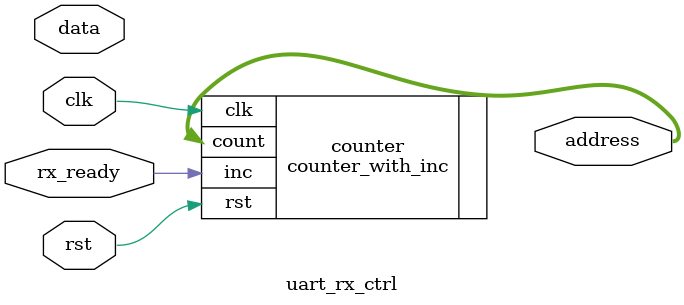
<source format=sv>
module uart_rx_ctrl(
    input logic clk, rst, rx_ready,
    input logic [7:0] data,
    output logic [9:0] address
    );
    
    counter_with_inc #(3)   counter(.clk(clk),.rst(rst),.inc(rx_ready),.count(address));
    
    
    
    
endmodule
</source>
